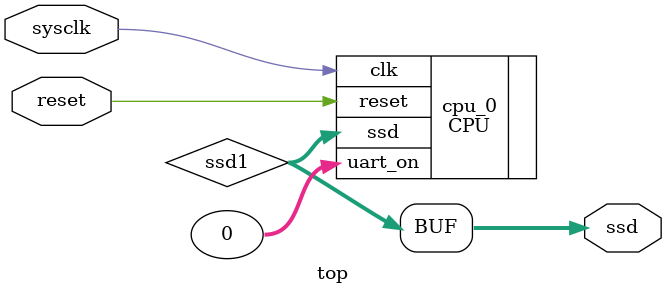
<source format=v>
module top(
         sysclk, reset,
         ssd
       );
       
input sysclk;
input reset;
output [12:0] ssd;

wire [12:0] ssd1;
assign ssd = ssd1;

CPU cpu_0(
      .clk(sysclk), .reset(reset), .uart_on(0),
      .ssd(ssd1)
    );

endmodule

//module top(
//    sysclk,reset,
//    ssd
//);
//input sysclk;
//input reset;
//wire clk_1K;
//reg [1:0] mark;

//output reg [12:0] ssd;

//clk_gen clk_gen(
//    .clk(sysclk),
//    .reset(reset),
//    .clk_1K(clk_1K)
//);

//always @(negedge clk_1K or posedge reset)
//    begin
//    if(reset) ssd <= 13'b1111111111111;
//    else
//    begin
//    case(mark)
//      2'b00:begin mark<=mark+1;
//            ssd <= 13'b1000101111110;
//            end
//      2'b01:begin mark<=mark+1;    
//            ssd <= 13'b1001001111110;
//            end     
//      2'b10:begin mark<=mark+1;
//            ssd <= 13'b1010001101101;
//            end
//      default:begin mark<= 2'b00;
//            ssd <= 13'b1100001101101;
//            end       
//         endcase            
//    end
//    end
    
////assign ssd = 13'b1001011111111;
       
//endmodule
</source>
